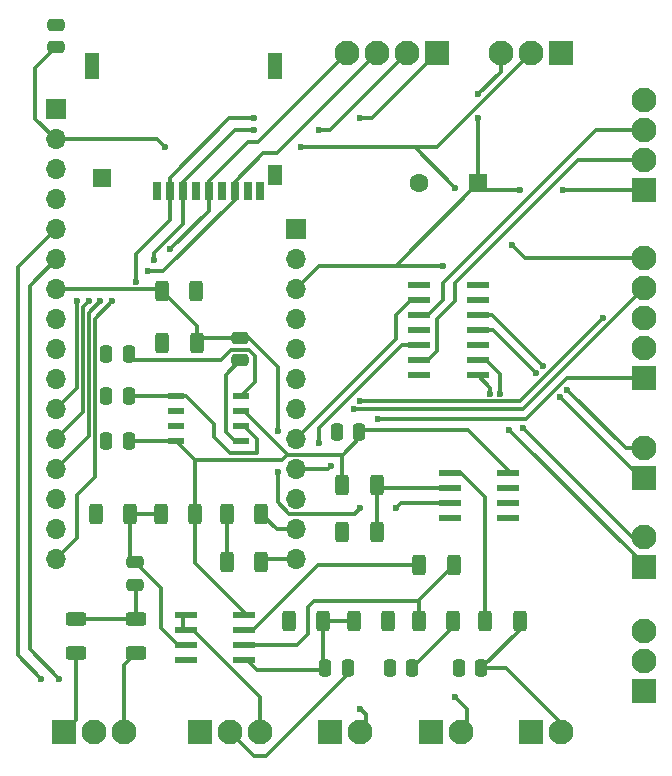
<source format=gtl>
G04 #@! TF.GenerationSoftware,KiCad,Pcbnew,8.0.6*
G04 #@! TF.CreationDate,2025-01-17T16:42:44-08:00*
G04 #@! TF.ProjectId,AudioLux,41756469-6f4c-4757-982e-6b696361645f,rev?*
G04 #@! TF.SameCoordinates,Original*
G04 #@! TF.FileFunction,Copper,L1,Top*
G04 #@! TF.FilePolarity,Positive*
%FSLAX46Y46*%
G04 Gerber Fmt 4.6, Leading zero omitted, Abs format (unit mm)*
G04 Created by KiCad (PCBNEW 8.0.6) date 2025-01-17 16:42:44*
%MOMM*%
%LPD*%
G01*
G04 APERTURE LIST*
G04 Aperture macros list*
%AMRoundRect*
0 Rectangle with rounded corners*
0 $1 Rounding radius*
0 $2 $3 $4 $5 $6 $7 $8 $9 X,Y pos of 4 corners*
0 Add a 4 corners polygon primitive as box body*
4,1,4,$2,$3,$4,$5,$6,$7,$8,$9,$2,$3,0*
0 Add four circle primitives for the rounded corners*
1,1,$1+$1,$2,$3*
1,1,$1+$1,$4,$5*
1,1,$1+$1,$6,$7*
1,1,$1+$1,$8,$9*
0 Add four rect primitives between the rounded corners*
20,1,$1+$1,$2,$3,$4,$5,0*
20,1,$1+$1,$4,$5,$6,$7,0*
20,1,$1+$1,$6,$7,$8,$9,0*
20,1,$1+$1,$8,$9,$2,$3,0*%
G04 Aperture macros list end*
G04 #@! TA.AperFunction,ComponentPad*
%ADD10R,2.100000X2.100000*%
G04 #@! TD*
G04 #@! TA.AperFunction,ComponentPad*
%ADD11C,2.100000*%
G04 #@! TD*
G04 #@! TA.AperFunction,SMDPad,CuDef*
%ADD12RoundRect,0.250000X-0.250000X-0.475000X0.250000X-0.475000X0.250000X0.475000X-0.250000X0.475000X0*%
G04 #@! TD*
G04 #@! TA.AperFunction,SMDPad,CuDef*
%ADD13RoundRect,0.250000X0.312500X0.625000X-0.312500X0.625000X-0.312500X-0.625000X0.312500X-0.625000X0*%
G04 #@! TD*
G04 #@! TA.AperFunction,SMDPad,CuDef*
%ADD14RoundRect,0.250000X-0.625000X0.312500X-0.625000X-0.312500X0.625000X-0.312500X0.625000X0.312500X0*%
G04 #@! TD*
G04 #@! TA.AperFunction,SMDPad,CuDef*
%ADD15R,1.460500X0.533400*%
G04 #@! TD*
G04 #@! TA.AperFunction,SMDPad,CuDef*
%ADD16RoundRect,0.250000X0.250000X0.475000X-0.250000X0.475000X-0.250000X-0.475000X0.250000X-0.475000X0*%
G04 #@! TD*
G04 #@! TA.AperFunction,ComponentPad*
%ADD17R,1.600000X1.600000*%
G04 #@! TD*
G04 #@! TA.AperFunction,ComponentPad*
%ADD18C,1.600000*%
G04 #@! TD*
G04 #@! TA.AperFunction,SMDPad,CuDef*
%ADD19RoundRect,0.250000X-0.475000X0.250000X-0.475000X-0.250000X0.475000X-0.250000X0.475000X0.250000X0*%
G04 #@! TD*
G04 #@! TA.AperFunction,ComponentPad*
%ADD20R,1.700000X1.700000*%
G04 #@! TD*
G04 #@! TA.AperFunction,ComponentPad*
%ADD21O,1.700000X1.700000*%
G04 #@! TD*
G04 #@! TA.AperFunction,SMDPad,CuDef*
%ADD22RoundRect,0.250000X-0.312500X-0.625000X0.312500X-0.625000X0.312500X0.625000X-0.312500X0.625000X0*%
G04 #@! TD*
G04 #@! TA.AperFunction,SMDPad,CuDef*
%ADD23R,0.700000X1.600000*%
G04 #@! TD*
G04 #@! TA.AperFunction,SMDPad,CuDef*
%ADD24R,1.200000X1.800000*%
G04 #@! TD*
G04 #@! TA.AperFunction,SMDPad,CuDef*
%ADD25R,1.600000X1.500000*%
G04 #@! TD*
G04 #@! TA.AperFunction,SMDPad,CuDef*
%ADD26R,1.200000X2.200000*%
G04 #@! TD*
G04 #@! TA.AperFunction,SMDPad,CuDef*
%ADD27R,1.981200X0.558800*%
G04 #@! TD*
G04 #@! TA.AperFunction,ViaPad*
%ADD28C,0.600000*%
G04 #@! TD*
G04 #@! TA.AperFunction,Conductor*
%ADD29C,0.300000*%
G04 #@! TD*
G04 #@! TA.AperFunction,Conductor*
%ADD30C,0.200000*%
G04 #@! TD*
G04 APERTURE END LIST*
D10*
X141500000Y-56000000D03*
D11*
X138960000Y-56000000D03*
X136420000Y-56000000D03*
X133880000Y-56000000D03*
D12*
X132018000Y-108056000D03*
X133918000Y-108056000D03*
D10*
X132460000Y-113500000D03*
D11*
X135000000Y-113500000D03*
D10*
X109920000Y-113500000D03*
D11*
X112460000Y-113500000D03*
X115000000Y-113500000D03*
D13*
X121035000Y-94996000D03*
X118110000Y-94996000D03*
D10*
X159000000Y-99540000D03*
D11*
X159000000Y-97000000D03*
D10*
X159000000Y-83540000D03*
D11*
X159000000Y-81000000D03*
X159000000Y-78460000D03*
X159000000Y-75920000D03*
X159000000Y-73380000D03*
D13*
X126623000Y-99060000D03*
X123698000Y-99060000D03*
X115535000Y-94996000D03*
X112610000Y-94996000D03*
D14*
X116011000Y-103909500D03*
X116011000Y-106834500D03*
D15*
X119410850Y-85056000D03*
X119410850Y-86326000D03*
X119410850Y-87596000D03*
X119410850Y-88866000D03*
X124859150Y-88866000D03*
X124859150Y-87596000D03*
X124859150Y-86326000D03*
X124859150Y-85056000D03*
D13*
X148486700Y-104056000D03*
X145561700Y-104056000D03*
D16*
X145231000Y-108051600D03*
X143331000Y-108051600D03*
D17*
X145000000Y-67000000D03*
D18*
X140000000Y-67000000D03*
D19*
X124842000Y-80129000D03*
X124842000Y-82029000D03*
X109254400Y-53600000D03*
X109254400Y-55500000D03*
D13*
X126623000Y-94996000D03*
X123698000Y-94996000D03*
X142935000Y-99339000D03*
X140010000Y-99339000D03*
D20*
X129545800Y-70929600D03*
D21*
X129545800Y-73469600D03*
X129545800Y-76009600D03*
X129545800Y-78549600D03*
X129545800Y-81089600D03*
X129545800Y-83629600D03*
X129545800Y-86169600D03*
X129545800Y-88709600D03*
X129545800Y-91249600D03*
X129545800Y-93789600D03*
X129545800Y-96329600D03*
X129545800Y-98869600D03*
D13*
X142873000Y-104056000D03*
X139948000Y-104056000D03*
D10*
X141000000Y-113500000D03*
D11*
X143540000Y-113500000D03*
D10*
X149460000Y-113500000D03*
D11*
X152000000Y-113500000D03*
D22*
X128948000Y-104056000D03*
X131873000Y-104056000D03*
D10*
X121420000Y-113500000D03*
D11*
X123960000Y-113500000D03*
X126500000Y-113500000D03*
D23*
X117750000Y-67662500D03*
X118850000Y-67662500D03*
X119950000Y-67662500D03*
X121050000Y-67662500D03*
X122150000Y-67662500D03*
X123250000Y-67662500D03*
X124350000Y-67662500D03*
X125450000Y-67662500D03*
X126550000Y-67662500D03*
D24*
X127750000Y-66362500D03*
D25*
X113150000Y-66612500D03*
D26*
X127750000Y-57062500D03*
X112250000Y-57062500D03*
D12*
X113500000Y-88862000D03*
X115400000Y-88862000D03*
D10*
X159000000Y-67620000D03*
D11*
X159000000Y-65080000D03*
X159000000Y-62540000D03*
X159000000Y-60000000D03*
D20*
X109220000Y-60766000D03*
D21*
X109220000Y-63306000D03*
X109220000Y-65846000D03*
X109220000Y-68386000D03*
X109220000Y-70926000D03*
X109220000Y-73466000D03*
X109220000Y-76006000D03*
X109220000Y-78546000D03*
X109220000Y-81086000D03*
X109220000Y-83626000D03*
X109220000Y-86166000D03*
X109220000Y-88706000D03*
X109220000Y-91246000D03*
X109220000Y-93786000D03*
X109220000Y-96326000D03*
X109220000Y-98866000D03*
D13*
X136410500Y-96556000D03*
X133485500Y-96556000D03*
D10*
X159000000Y-110000000D03*
D11*
X159000000Y-107460000D03*
X159000000Y-104920000D03*
D19*
X115910500Y-99106000D03*
X115910500Y-101006000D03*
D12*
X113500000Y-81496000D03*
X115400000Y-81496000D03*
D10*
X159000000Y-92000000D03*
D11*
X159000000Y-89460000D03*
D22*
X118210000Y-80556000D03*
X121135000Y-80556000D03*
D12*
X113500000Y-85052000D03*
X115400000Y-85052000D03*
D27*
X120260050Y-103556000D03*
X120260050Y-104826000D03*
X120260050Y-106096000D03*
X120260050Y-107366000D03*
X125187650Y-107366000D03*
X125187650Y-106096000D03*
X125187650Y-104826000D03*
X125187650Y-103556000D03*
D22*
X133485500Y-92556000D03*
X136410500Y-92556000D03*
X118195400Y-76162000D03*
X121120400Y-76162000D03*
D12*
X137518000Y-108056000D03*
X139418000Y-108056000D03*
D10*
X152000000Y-56000000D03*
D11*
X149460000Y-56000000D03*
X146920000Y-56000000D03*
D22*
X134448000Y-104056000D03*
X137373000Y-104056000D03*
D12*
X132998000Y-88056000D03*
X134898000Y-88056000D03*
D14*
X110931000Y-103909500D03*
X110931000Y-106834500D03*
D27*
X140000000Y-75650000D03*
X140000000Y-76920000D03*
X140000000Y-78190000D03*
X140000000Y-79460000D03*
X140000000Y-80730000D03*
X140000000Y-82000000D03*
X140000000Y-83270000D03*
X144927600Y-83270000D03*
X144927600Y-82000000D03*
X144927600Y-80730000D03*
X144927600Y-79460000D03*
X144927600Y-78190000D03*
X144927600Y-76920000D03*
X144927600Y-75650000D03*
X142606200Y-91544000D03*
X142606200Y-92814000D03*
X142606200Y-94084000D03*
X142606200Y-95354000D03*
X147533800Y-95354000D03*
X147533800Y-94084000D03*
X147533800Y-92814000D03*
X147533800Y-91544000D03*
D28*
X143048675Y-67451325D03*
X147847349Y-72250000D03*
X152120000Y-67620000D03*
X148500000Y-67600380D03*
X145000000Y-59500000D03*
X145000000Y-61500000D03*
X130000000Y-64000000D03*
X131500000Y-62500000D03*
X135000000Y-61500000D03*
X126000000Y-62500000D03*
X126000000Y-61500000D03*
X118500000Y-64000000D03*
X113500000Y-81496000D03*
X142372800Y-95364400D03*
X127750000Y-66362500D03*
X133511400Y-96520000D03*
X137518000Y-108056000D03*
X119410850Y-87596000D03*
X144927600Y-80730000D03*
X127750000Y-57062500D03*
X140000000Y-83270000D03*
X113150000Y-66612500D03*
X112610000Y-94996000D03*
X117750000Y-67662500D03*
X121120400Y-76162000D03*
X125450000Y-67662500D03*
X123250000Y-67662500D03*
X140000000Y-79460000D03*
X112250000Y-57062500D03*
X132998000Y-88056000D03*
X143331000Y-108051600D03*
X113500000Y-85052000D03*
X119999700Y-107366000D03*
X126550000Y-67662500D03*
X113500000Y-88862000D03*
X137373000Y-104056000D03*
X140000000Y-75650000D03*
X144927600Y-76920000D03*
X109254400Y-53600000D03*
X109500000Y-109000000D03*
X143000000Y-110500000D03*
X108000000Y-109000000D03*
X135000000Y-111500000D03*
X121050000Y-67662500D03*
X118210000Y-80556000D03*
X123698000Y-94996000D03*
X128000000Y-91500000D03*
X128000000Y-88000000D03*
X138000000Y-94500000D03*
X135000000Y-94500000D03*
X128948000Y-104056000D03*
X124859150Y-86326000D03*
X142000000Y-74000000D03*
X144927600Y-75650000D03*
X125448000Y-103556000D03*
X119410850Y-86326000D03*
X125448000Y-104826000D03*
X114000000Y-77000000D03*
X116000000Y-75356000D03*
X113000000Y-77000000D03*
X117000000Y-74500000D03*
X111000000Y-77000000D03*
X118865380Y-72634620D03*
X112000000Y-77000000D03*
X117500000Y-73500000D03*
X149875000Y-83125000D03*
X151875000Y-85125000D03*
X152500000Y-84500000D03*
X150500000Y-82500000D03*
X147615000Y-87885000D03*
X146000000Y-84850000D03*
X146850000Y-84850000D03*
X148750000Y-87750000D03*
X134500000Y-86169600D03*
X155540000Y-78460000D03*
X135000000Y-85500000D03*
X131500000Y-89000000D03*
X132500000Y-91000000D03*
X136500000Y-87000000D03*
D29*
X148977349Y-73380000D02*
X159000000Y-73380000D01*
X147847349Y-72250000D02*
X148977349Y-73380000D01*
X107500000Y-57254400D02*
X107500000Y-61586000D01*
X139597350Y-64000000D02*
X141460000Y-64000000D01*
X143048675Y-67451325D02*
X139597350Y-64000000D01*
X141460000Y-64000000D02*
X149460000Y-56000000D01*
X115908000Y-82004000D02*
X123170400Y-82004000D01*
X115400000Y-81496000D02*
X115908000Y-82004000D01*
X119406850Y-85052000D02*
X119410850Y-85056000D01*
X115400000Y-85052000D02*
X119406850Y-85052000D01*
X119406850Y-88862000D02*
X119410850Y-88866000D01*
X115400000Y-88862000D02*
X119406850Y-88862000D01*
X111000000Y-84386000D02*
X109220000Y-86166000D01*
X111000000Y-77000000D02*
X111000000Y-84386000D01*
X111500000Y-86426000D02*
X109220000Y-88706000D01*
X111500000Y-77500000D02*
X111500000Y-86426000D01*
X112000000Y-77000000D02*
X111500000Y-77500000D01*
X112000000Y-88466000D02*
X109220000Y-91246000D01*
X112000000Y-78000000D02*
X112000000Y-88466000D01*
X113000000Y-77000000D02*
X112000000Y-78000000D01*
X111000000Y-97086000D02*
X109220000Y-98866000D01*
X111000000Y-93418276D02*
X111000000Y-97086000D01*
X112500000Y-91918276D02*
X111000000Y-93418276D01*
X112500000Y-78500000D02*
X112500000Y-91918276D01*
X114000000Y-77000000D02*
X112500000Y-78500000D01*
X141460000Y-64000000D02*
X130000000Y-64000000D01*
X145600380Y-67600380D02*
X148500000Y-67600380D01*
X145000000Y-67000000D02*
X145600380Y-67600380D01*
X138000000Y-74000000D02*
X136500000Y-74000000D01*
X145000000Y-67000000D02*
X138000000Y-74000000D01*
X145000000Y-61500000D02*
X145000000Y-67000000D01*
X152120000Y-67620000D02*
X159000000Y-67620000D01*
X146920000Y-57580000D02*
X146920000Y-56000000D01*
X145000000Y-59500000D02*
X146920000Y-57580000D01*
X136500000Y-74000000D02*
X131555400Y-74000000D01*
X139000000Y-74000000D02*
X136500000Y-74000000D01*
X142000000Y-74000000D02*
X139000000Y-74000000D01*
X131555400Y-74000000D02*
X131527700Y-74027700D01*
X129545800Y-76009600D02*
X131527700Y-74027700D01*
X117806000Y-63306000D02*
X109220000Y-63306000D01*
X118500000Y-64000000D02*
X117806000Y-63306000D01*
X136000000Y-61500000D02*
X141500000Y-56000000D01*
X135000000Y-61500000D02*
X136000000Y-61500000D01*
X131500000Y-62500000D02*
X132460000Y-62500000D01*
X132460000Y-62500000D02*
X138960000Y-56000000D01*
X123912500Y-61500000D02*
X118850000Y-66562500D01*
X126000000Y-61500000D02*
X123912500Y-61500000D01*
X118850000Y-66562500D02*
X118850000Y-67662500D01*
X126380000Y-63500000D02*
X133880000Y-56000000D01*
X125500000Y-63500000D02*
X126380000Y-63500000D01*
X122150000Y-66850000D02*
X125500000Y-63500000D01*
X122150000Y-67662500D02*
X122150000Y-66850000D01*
X127920000Y-64500000D02*
X136420000Y-56000000D01*
X124350000Y-67662500D02*
X124350000Y-66912500D01*
X124350000Y-66912500D02*
X126762500Y-64500000D01*
X126762500Y-64500000D02*
X127920000Y-64500000D01*
X124362500Y-62500000D02*
X119950000Y-66912500D01*
X119950000Y-66912500D02*
X119950000Y-67662500D01*
X126000000Y-62500000D02*
X124362500Y-62500000D01*
X119950000Y-70475000D02*
X119950000Y-67662500D01*
X117500000Y-72925000D02*
X119950000Y-70475000D01*
X117500000Y-73500000D02*
X117500000Y-72925000D01*
X116000000Y-75356000D02*
X116000000Y-73000000D01*
X116000000Y-73000000D02*
X118850000Y-70150000D01*
X118850000Y-70150000D02*
X118850000Y-67662500D01*
X117000000Y-74500000D02*
X118262500Y-74500000D01*
X118262500Y-74500000D02*
X124350000Y-68412500D01*
X124350000Y-68412500D02*
X124350000Y-67662500D01*
X122150000Y-69350000D02*
X122150000Y-67662500D01*
X118865380Y-72634620D02*
X122150000Y-69350000D01*
X139418000Y-108056000D02*
X142873000Y-104601000D01*
X107000000Y-75686000D02*
X109220000Y-73466000D01*
X144000000Y-111500000D02*
X144000000Y-113500000D01*
X143000000Y-110500000D02*
X144000000Y-111500000D01*
X107000000Y-106500000D02*
X107000000Y-75686000D01*
X109500000Y-109000000D02*
X107000000Y-106500000D01*
X135500000Y-113500000D02*
X135500000Y-112000000D01*
X135500000Y-112000000D02*
X135000000Y-111500000D01*
X106000000Y-74146000D02*
X106000000Y-107000000D01*
X109220000Y-70926000D02*
X106000000Y-74146000D01*
X106000000Y-107000000D02*
X108000000Y-109000000D01*
X123698000Y-99060000D02*
X123698000Y-94996000D01*
X107500000Y-61586000D02*
X109220000Y-63306000D01*
X109254400Y-55500000D02*
X107500000Y-57254400D01*
X109220000Y-76006000D02*
X118039400Y-76006000D01*
X134510400Y-94989600D02*
X128989600Y-94989600D01*
X138000000Y-94500000D02*
X138416000Y-94084000D01*
X125567000Y-80129000D02*
X121562000Y-80129000D01*
X135000000Y-94500000D02*
X134510400Y-94989600D01*
X121562000Y-80129000D02*
X121135000Y-80556000D01*
X128000000Y-88000000D02*
X128000000Y-82566946D01*
X138416000Y-94084000D02*
X142345850Y-94084000D01*
X128000000Y-94000000D02*
X128000000Y-91500000D01*
X128989600Y-94989600D02*
X128000000Y-94000000D01*
X118195400Y-76162000D02*
X121135000Y-79101600D01*
X128000000Y-82566946D02*
X125562054Y-80129000D01*
X121135000Y-79101600D02*
X121135000Y-80556000D01*
X121035000Y-99143000D02*
X125448000Y-103556000D01*
X119410850Y-88866000D02*
X120968850Y-90424000D01*
X121035000Y-94556000D02*
X121035000Y-99143000D01*
X135070000Y-87884000D02*
X144134150Y-87884000D01*
X133485500Y-90030900D02*
X133511400Y-90005000D01*
X128784575Y-90005000D02*
X128865100Y-90005000D01*
X144134150Y-87884000D02*
X147794150Y-91544000D01*
X120968850Y-90424000D02*
X128365575Y-90424000D01*
X128365575Y-90424000D02*
X128784575Y-90005000D01*
X121035000Y-94556000D02*
X121035000Y-90490150D01*
X133511400Y-90005000D02*
X134898000Y-88618400D01*
X133485500Y-92556000D02*
X133485500Y-90030900D01*
X128865100Y-90005000D02*
X133511400Y-90005000D01*
D30*
X121035000Y-90490150D02*
X119410850Y-88866000D01*
D29*
X125186100Y-86326000D02*
X128865100Y-90005000D01*
X116011000Y-103909500D02*
X110931000Y-103909500D01*
X116011000Y-103909500D02*
X116011000Y-101106500D01*
X131873000Y-107911000D02*
X131873000Y-104056000D01*
X134448000Y-104056000D02*
X131873000Y-104056000D01*
X131870000Y-108204000D02*
X126286000Y-108204000D01*
X126286000Y-108204000D02*
X125448000Y-107366000D01*
X126286562Y-88696462D02*
X126286562Y-89881822D01*
X120218600Y-85056000D02*
X119593000Y-85056000D01*
X122589400Y-88544660D02*
X122589400Y-87426800D01*
X125186100Y-87596000D02*
X126286562Y-88696462D01*
X123926562Y-89881822D02*
X122589400Y-88544660D01*
X122589400Y-87426800D02*
X120218600Y-85056000D01*
X126286562Y-89881822D02*
X123926562Y-89881822D01*
X126066000Y-83849150D02*
X126066000Y-81623000D01*
X125558000Y-81115000D02*
X124059400Y-81115000D01*
X124859150Y-85056000D02*
X126066000Y-83849150D01*
X124059400Y-81115000D02*
X123170400Y-82004000D01*
X126066000Y-81623000D02*
X125558000Y-81115000D01*
X124395600Y-88866000D02*
X123605400Y-88075800D01*
X123605400Y-88075800D02*
X123605400Y-83265600D01*
X123605400Y-83265600D02*
X124842000Y-82029000D01*
X119536150Y-106096000D02*
X118110000Y-104669850D01*
X118110000Y-101305500D02*
X115910500Y-99106000D01*
X118110000Y-94996000D02*
X115535000Y-94996000D01*
X115535000Y-98730500D02*
X115570000Y-98765500D01*
X115535000Y-94996000D02*
X115535000Y-98730500D01*
X118110000Y-104669850D02*
X118110000Y-101305500D01*
X120826000Y-104826000D02*
X126500000Y-110500000D01*
X119999700Y-104826000D02*
X120826000Y-104826000D01*
X119999700Y-103556000D02*
X119999700Y-104826000D01*
X126500000Y-110500000D02*
X126500000Y-113500000D01*
X130556000Y-105156000D02*
X130556000Y-102870000D01*
X139948000Y-104056000D02*
X139948000Y-102326000D01*
X131064000Y-102362000D02*
X139912000Y-102362000D01*
X139948000Y-102326000D02*
X142935000Y-99339000D01*
X130556000Y-102870000D02*
X131064000Y-102362000D01*
X129616000Y-106096000D02*
X130556000Y-105156000D01*
X125448000Y-106096000D02*
X129616000Y-106096000D01*
X139912000Y-102362000D02*
X139948000Y-102326000D01*
X131398550Y-99339000D02*
X140010000Y-99339000D01*
X125911550Y-104826000D02*
X131398550Y-99339000D01*
X136666100Y-92811600D02*
X142343450Y-92811600D01*
X136410500Y-96556000D02*
X136410500Y-92556000D01*
X145551000Y-93551000D02*
X145551000Y-104045300D01*
X143544000Y-91544000D02*
X145551000Y-93551000D01*
X142672800Y-91544000D02*
X143544000Y-91544000D01*
X133918000Y-108582000D02*
X127000000Y-115500000D01*
X127000000Y-115500000D02*
X125960000Y-115500000D01*
X133918000Y-108056000D02*
X133918000Y-108582000D01*
X125960000Y-115500000D02*
X123960000Y-113500000D01*
X110931000Y-112489000D02*
X109920000Y-113500000D01*
X110931000Y-106834500D02*
X110931000Y-112489000D01*
X115000000Y-107845500D02*
X115000000Y-113500000D01*
X116011000Y-106834500D02*
X115000000Y-107845500D01*
X148486700Y-104056000D02*
X148486700Y-104811100D01*
X145231000Y-108051600D02*
X147311600Y-108051600D01*
X147311600Y-108051600D02*
X152000000Y-112740000D01*
X152000000Y-112740000D02*
X152000000Y-113000000D01*
X148486700Y-104811100D02*
X145246200Y-108051600D01*
X126813400Y-98869600D02*
X129545800Y-98869600D01*
X129545800Y-96329600D02*
X127956600Y-96329600D01*
X127956600Y-96329600D02*
X126623000Y-94996000D01*
X151875000Y-85125000D02*
X158750000Y-92000000D01*
X149875000Y-83125000D02*
X146210000Y-79460000D01*
X158750000Y-92000000D02*
X159000000Y-92000000D01*
X146210000Y-79460000D02*
X144927600Y-79460000D01*
X150500000Y-82500000D02*
X146190000Y-78190000D01*
X152500000Y-84500000D02*
X157460000Y-89460000D01*
X157460000Y-89460000D02*
X159000000Y-89460000D01*
X146190000Y-78190000D02*
X144927600Y-78190000D01*
X147615000Y-87885000D02*
X159000000Y-99270000D01*
X146000000Y-84342400D02*
X144927600Y-83270000D01*
X146000000Y-84850000D02*
X146000000Y-84342400D01*
X159000000Y-99270000D02*
X159000000Y-99540000D01*
X148750000Y-87750000D02*
X158000000Y-97000000D01*
X146850000Y-84850000D02*
X146850000Y-83211200D01*
X158000000Y-97000000D02*
X159000000Y-97000000D01*
X145638800Y-82000000D02*
X144927600Y-82000000D01*
X146850000Y-83211200D02*
X145638800Y-82000000D01*
X140700000Y-78190000D02*
X142000000Y-76890000D01*
X142000000Y-75500000D02*
X154960000Y-62540000D01*
X142000000Y-76890000D02*
X142000000Y-75500000D01*
X154960000Y-62540000D02*
X159000000Y-62540000D01*
X140000000Y-78190000D02*
X140700000Y-78190000D01*
X143000000Y-75500000D02*
X153420000Y-65080000D01*
X153420000Y-65080000D02*
X159000000Y-65080000D01*
X141500000Y-81200000D02*
X141500000Y-78500000D01*
X140000000Y-82000000D02*
X140700000Y-82000000D01*
X141500000Y-78500000D02*
X143000000Y-77000000D01*
X143000000Y-77000000D02*
X143000000Y-75500000D01*
X158920000Y-65000000D02*
X159000000Y-65080000D01*
X140700000Y-82000000D02*
X141500000Y-81200000D01*
X148750400Y-86169600D02*
X159000000Y-75920000D01*
X134500000Y-86169600D02*
X148750400Y-86169600D01*
X148500000Y-85500000D02*
X135000000Y-85500000D01*
X155540000Y-78460000D02*
X148500000Y-85500000D01*
X129545800Y-88709600D02*
X138000000Y-80255400D01*
X138000000Y-78220000D02*
X139300000Y-76920000D01*
X138000000Y-80255400D02*
X138000000Y-78220000D01*
X139300000Y-76920000D02*
X140000000Y-76920000D01*
X138506772Y-80730000D02*
X140000000Y-80730000D01*
X131500000Y-89000000D02*
X131500000Y-87736772D01*
X131500000Y-87736772D02*
X138506772Y-80730000D01*
X132250400Y-91249600D02*
X132500000Y-91000000D01*
X152460000Y-83540000D02*
X159000000Y-83540000D01*
X129545800Y-91249600D02*
X132250400Y-91249600D01*
X136500000Y-87000000D02*
X149000000Y-87000000D01*
X149000000Y-87000000D02*
X152460000Y-83540000D01*
M02*

</source>
